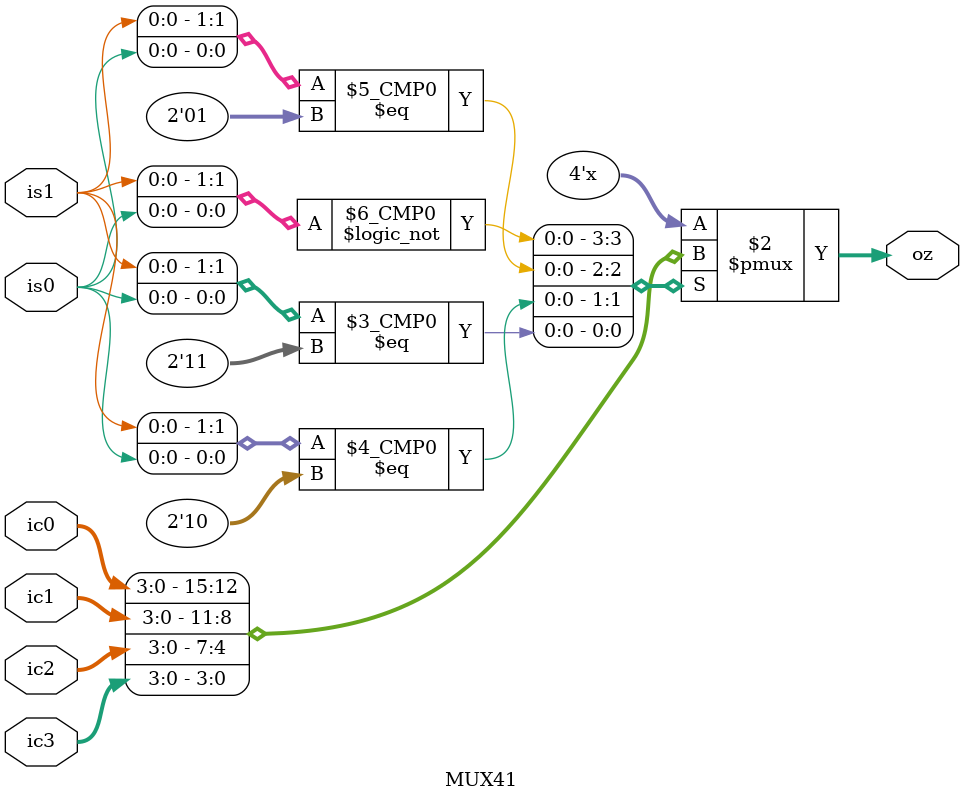
<source format=v>
`timescale 1ns / 1ps


module MUX41(
    input [3:0] ic0,
    input [3:0] ic1,
    input [3:0] ic2,
    input [3:0] ic3,
    input is0,
    input is1,
    output reg [3:0] oz
    );
    
         always @ (*)
         begin
           case({is1,is0})
           2'b00: oz = ic0;
           2'b01: oz = ic1;
           2'b10: oz = ic2;
           2'b11: oz = ic3;
           default: oz = 1'bx; 
           endcase
         end
endmodule

</source>
